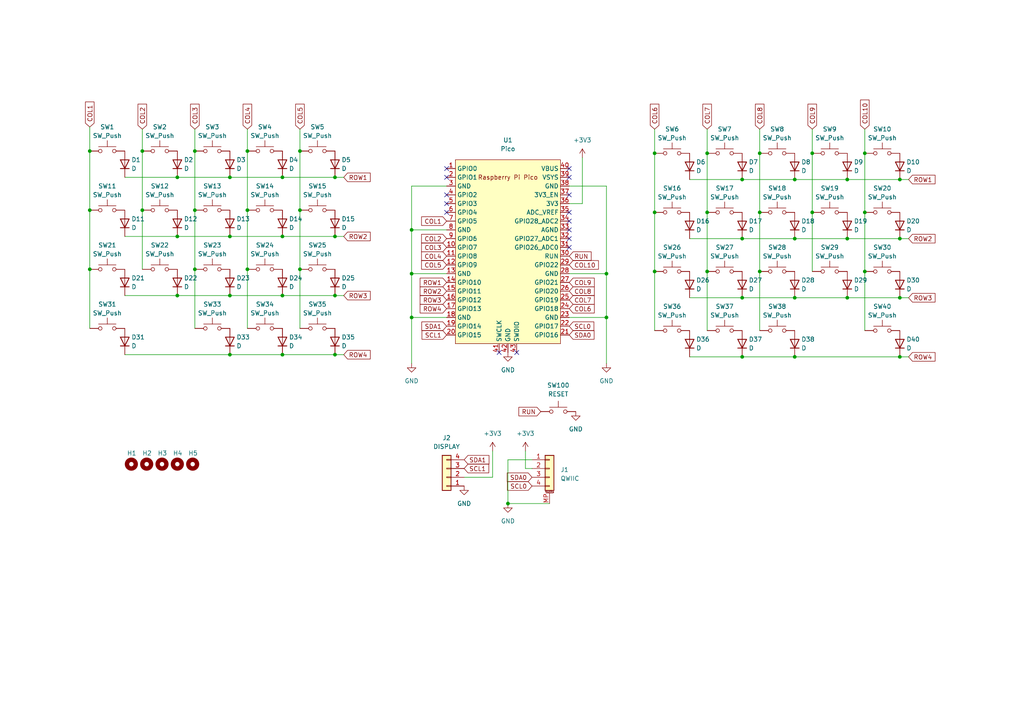
<source format=kicad_sch>
(kicad_sch (version 20211123) (generator eeschema)
  (paper "A4")
  (lib_symbols
    (symbol "Connector_Generic:Conn_01x04" (pin_names (offset 1.016) hide)
      (property "Reference" "J" (at 0 5.08 0))
      (property "Value" "Conn_01x04" (at 0 -7.62 0))
      (symbol "Conn_01x04_1_1"
        (rectangle (start -1.27 -4.953) (end 0 -5.207) (stroke (width 0.1524)))
        (rectangle (start -1.27 -2.413) (end 0 -2.667) (stroke (width 0.1524)))
        (rectangle (start -1.27 0.127) (end 0 -0.127) (stroke (width 0.1524)))
        (rectangle (start -1.27 2.667) (end 0 2.413) (stroke (width 0.1524)))
        (rectangle (start -1.27 3.81) (end 1.27 -6.35) (stroke (width 0.254)) (fill (type background)))
        (pin passive line (at -5.08 2.54 0) (length 3.81) (name "Pin_1") (number "1"))
        (pin passive line (at -5.08 0 0) (length 3.81) (name "Pin_2") (number "2"))
        (pin passive line (at -5.08 -2.54 0) (length 3.81) (name "Pin_3") (number "3"))
        (pin passive line (at -5.08 -5.08 0) (length 3.81) (name "Pin_4") (number "4"))
      )
    )
    (symbol "Connector_Generic_MountingPin:Conn_01x04_MountingPin" (pin_names (offset 1.016) hide)
      (property "Reference" "J" (at 0 5.08 0))
      (property "Value" "Conn_01x04_MountingPin" (at 1.27 -7.62 0))
      (symbol "Conn_01x04_MountingPin_1_1"
        (rectangle (start -1.27 -4.953) (end 0 -5.207) (stroke (width 0.1524)))
        (rectangle (start -1.27 -2.413) (end 0 -2.667) (stroke (width 0.1524)))
        (rectangle (start -1.27 0.127) (end 0 -0.127) (stroke (width 0.1524)))
        (rectangle (start -1.27 2.667) (end 0 2.413) (stroke (width 0.1524)))
        (rectangle (start -1.27 3.81) (end 1.27 -6.35) (stroke (width 0.254)) (fill (type background)))
        (polyline (pts (xy -1.016 -7.112) (xy 1.016 -7.112)) (stroke (width 0.1524)))
        (text "Mounting" (at 0 -6.731 0) (effects (font (size 0.381 0.381))))
        (pin passive line (at -5.08 2.54 0) (length 3.81) (name "Pin_1") (number "1"))
        (pin passive line (at -5.08 0 0) (length 3.81) (name "Pin_2") (number "2"))
        (pin passive line (at -5.08 -2.54 0) (length 3.81) (name "Pin_3") (number "3"))
        (pin passive line (at -5.08 -5.08 0) (length 3.81) (name "Pin_4") (number "4"))
        (pin passive line (at 0 -10.16 90) (length 3.048) (name "MountPin") (number "MP"))
      )
    )
    (symbol "Device:D" (pin_numbers hide) (pin_names (offset 1.016) hide)
      (property "Reference" "D" (at 0 2.54 0))
      (property "Value" "D" (at 0 -2.54 0))
      (symbol "D_0_1"
        (polyline (pts (xy -1.27 1.27) (xy -1.27 -1.27)) (stroke (width 0.254)))
        (polyline (pts (xy 1.27 0) (xy -1.27 0)))
        (polyline (pts (xy 1.27 1.27) (xy 1.27 -1.27) (xy -1.27 0) (xy 1.27 1.27)) (stroke (width 0.254)))
      )
      (symbol "D_1_1"
        (pin passive line (at -3.81 0 0) (length 2.54) (name "K") (number "1"))
        (pin passive line (at 3.81 0 180) (length 2.54) (name "A") (number "2"))
      )
    )
    (symbol "MCU_RaspberryPi_and_Boards:Pico"
      (property "Reference" "U" (at -13.97 27.94 0))
      (property "Value" "Pico" (at 0 19.05 0))
      (symbol "Pico_0_0"
        (text "Raspberry Pi Pico" (at 0 21.59 0) (effects (font (size 1.27 1.27))))
      )
      (symbol "Pico_0_1"
        (rectangle (start -15.24 26.67) (end 15.24 -26.67) (fill (type background)))
      )
      (symbol "Pico_1_1"
        (pin bidirectional line (at -17.78 24.13 0) (length 2.54) (name "GPIO0") (number "1"))
        (pin bidirectional line (at -17.78 1.27 0) (length 2.54) (name "GPIO7") (number "10"))
        (pin bidirectional line (at -17.78 -1.27 0) (length 2.54) (name "GPIO8") (number "11"))
        (pin bidirectional line (at -17.78 -3.81 0) (length 2.54) (name "GPIO9") (number "12"))
        (pin power_in line (at -17.78 -6.35 0) (length 2.54) (name "GND") (number "13"))
        (pin bidirectional line (at -17.78 -8.89 0) (length 2.54) (name "GPIO10") (number "14"))
        (pin bidirectional line (at -17.78 -11.43 0) (length 2.54) (name "GPIO11") (number "15"))
        (pin bidirectional line (at -17.78 -13.97 0) (length 2.54) (name "GPIO12") (number "16"))
        (pin bidirectional line (at -17.78 -16.51 0) (length 2.54) (name "GPIO13") (number "17"))
        (pin power_in line (at -17.78 -19.05 0) (length 2.54) (name "GND") (number "18"))
        (pin bidirectional line (at -17.78 -21.59 0) (length 2.54) (name "GPIO14") (number "19"))
        (pin bidirectional line (at -17.78 21.59 0) (length 2.54) (name "GPIO1") (number "2"))
        (pin bidirectional line (at -17.78 -24.13 0) (length 2.54) (name "GPIO15") (number "20"))
        (pin bidirectional line (at 17.78 -24.13 180) (length 2.54) (name "GPIO16") (number "21"))
        (pin bidirectional line (at 17.78 -21.59 180) (length 2.54) (name "GPIO17") (number "22"))
        (pin power_in line (at 17.78 -19.05 180) (length 2.54) (name "GND") (number "23"))
        (pin bidirectional line (at 17.78 -16.51 180) (length 2.54) (name "GPIO18") (number "24"))
        (pin bidirectional line (at 17.78 -13.97 180) (length 2.54) (name "GPIO19") (number "25"))
        (pin bidirectional line (at 17.78 -11.43 180) (length 2.54) (name "GPIO20") (number "26"))
        (pin bidirectional line (at 17.78 -8.89 180) (length 2.54) (name "GPIO21") (number "27"))
        (pin power_in line (at 17.78 -6.35 180) (length 2.54) (name "GND") (number "28"))
        (pin bidirectional line (at 17.78 -3.81 180) (length 2.54) (name "GPIO22") (number "29"))
        (pin power_in line (at -17.78 19.05 0) (length 2.54) (name "GND") (number "3"))
        (pin input line (at 17.78 -1.27 180) (length 2.54) (name "RUN") (number "30"))
        (pin bidirectional line (at 17.78 1.27 180) (length 2.54) (name "GPIO26_ADC0") (number "31"))
        (pin bidirectional line (at 17.78 3.81 180) (length 2.54) (name "GPIO27_ADC1") (number "32"))
        (pin power_in line (at 17.78 6.35 180) (length 2.54) (name "AGND") (number "33"))
        (pin bidirectional line (at 17.78 8.89 180) (length 2.54) (name "GPIO28_ADC2") (number "34"))
        (pin power_in line (at 17.78 11.43 180) (length 2.54) (name "ADC_VREF") (number "35"))
        (pin power_in line (at 17.78 13.97 180) (length 2.54) (name "3V3") (number "36"))
        (pin input line (at 17.78 16.51 180) (length 2.54) (name "3V3_EN") (number "37"))
        (pin bidirectional line (at 17.78 19.05 180) (length 2.54) (name "GND") (number "38"))
        (pin power_in line (at 17.78 21.59 180) (length 2.54) (name "VSYS") (number "39"))
        (pin bidirectional line (at -17.78 16.51 0) (length 2.54) (name "GPIO2") (number "4"))
        (pin power_in line (at 17.78 24.13 180) (length 2.54) (name "VBUS") (number "40"))
        (pin input line (at -2.54 -29.21 90) (length 2.54) (name "SWCLK") (number "41"))
        (pin power_in line (at 0 -29.21 90) (length 2.54) (name "GND") (number "42"))
        (pin bidirectional line (at 2.54 -29.21 90) (length 2.54) (name "SWDIO") (number "43"))
        (pin bidirectional line (at -17.78 13.97 0) (length 2.54) (name "GPIO3") (number "5"))
        (pin bidirectional line (at -17.78 11.43 0) (length 2.54) (name "GPIO4") (number "6"))
        (pin bidirectional line (at -17.78 8.89 0) (length 2.54) (name "GPIO5") (number "7"))
        (pin power_in line (at -17.78 6.35 0) (length 2.54) (name "GND") (number "8"))
        (pin bidirectional line (at -17.78 3.81 0) (length 2.54) (name "GPIO6") (number "9"))
      )
    )
    (symbol "Mechanical:MountingHole" (pin_names (offset 1.016))
      (property "Reference" "H" (at 0 5.08 0))
      (property "Value" "MountingHole" (at 0 3.175 0))
      (symbol "MountingHole_0_1"
        (circle (center 0 0) (radius 1.27) (stroke (width 1.27)))
      )
    )
    (symbol "Switch:SW_Push" (pin_numbers hide) (pin_names (offset 1.016) hide)
      (property "Reference" "SW" (at 1.27 2.54 0))
      (property "Value" "SW_Push" (at 0 -1.524 0))
      (symbol "SW_Push_0_1"
        (circle (center -2.032 0) (radius 0.508))
        (polyline (pts (xy 0 1.27) (xy 0 3.048)))
        (polyline (pts (xy 2.54 1.27) (xy -2.54 1.27)))
        (circle (center 2.032 0) (radius 0.508))
        (pin passive line (at -5.08 0 0) (length 2.54) (name "1") (number "1"))
        (pin passive line (at 5.08 0 180) (length 2.54) (name "2") (number "2"))
      )
    )
    (symbol "power:+3V3" (power) (pin_names (offset 0))
      (property "Value" "+3V3" (at 0 3.556 0))
      (symbol "+3V3_0_1"
        (polyline (pts (xy -0.762 1.27) (xy 0 2.54)))
        (polyline (pts (xy 0 0) (xy 0 2.54)))
        (polyline (pts (xy 0 2.54) (xy 0.762 1.27)))
      )
      (symbol "+3V3_1_1"
        (pin power_in line (at 0 0 90) (length 0) hide (name "+3V3") (number "1"))
      )
    )
    (symbol "power:GND" (power) (pin_names (offset 0))
      (property "Value" "GND" (at 0 -3.81 0))
      (symbol "GND_0_1"
        (polyline (pts (xy 0 0) (xy 0 -1.27) (xy 1.27 -1.27) (xy 0 -2.54) (xy -1.27 -1.27) (xy 0 -1.27)))
      )
      (symbol "GND_1_1"
        (pin power_in line (at 0 0 270) (length 0) hide (name "GND") (number "1"))
      )
    )
  )
  (junction (at 86.995 43.815))
  (junction (at 220.345 78.74))
  (junction (at 205.105 44.45))
  (junction (at 205.105 78.74))
  (junction (at 71.755 43.815))
  (junction (at 56.515 78.105))
  (junction (at 205.105 61.595))
  (junction (at 220.345 44.45))
  (junction (at 175.895 92.075))
  (junction (at 97.155 68.58))
  (junction (at 119.38 66.675))
  (junction (at 189.865 61.595))
  (junction (at 235.585 61.595))
  (junction (at 245.745 52.07))
  (junction (at 230.505 52.07))
  (junction (at 71.755 60.96))
  (junction (at 215.265 69.215))
  (junction (at 26.035 60.96))
  (junction (at 245.745 69.215))
  (junction (at 81.915 102.87))
  (junction (at 147.32 146.05))
  (junction (at 81.915 51.435))
  (junction (at 66.675 85.725))
  (junction (at 250.825 44.45))
  (junction (at 260.985 52.07))
  (junction (at 51.435 68.58))
  (junction (at 215.265 103.505))
  (junction (at 189.865 78.74))
  (junction (at 86.995 78.105))
  (junction (at 260.985 69.215))
  (junction (at 51.435 51.435))
  (junction (at 56.515 43.815))
  (junction (at 81.915 68.58))
  (junction (at 66.675 102.87))
  (junction (at 230.505 103.505))
  (junction (at 26.035 78.105))
  (junction (at 215.265 86.36))
  (junction (at 119.38 79.375))
  (junction (at 71.755 78.105))
  (junction (at 250.825 61.595))
  (junction (at 175.895 79.375))
  (junction (at 260.985 86.36))
  (junction (at 97.155 85.725))
  (junction (at 66.675 68.58))
  (junction (at 189.865 44.45))
  (junction (at 215.265 52.07))
  (junction (at 56.515 60.96))
  (junction (at 97.155 102.87))
  (junction (at 86.995 60.96))
  (junction (at 81.915 85.725))
  (junction (at 250.825 78.74))
  (junction (at 51.435 85.725))
  (junction (at 230.505 69.215))
  (junction (at 97.155 51.435))
  (junction (at 41.275 43.815))
  (junction (at 66.675 51.435))
  (junction (at 260.985 103.505))
  (junction (at 41.275 60.96))
  (junction (at 220.345 61.595))
  (junction (at 119.38 92.075))
  (junction (at 245.745 86.36))
  (junction (at 230.505 86.36))
  (junction (at 235.585 44.45))
  (junction (at 26.035 43.815))
  (no_connect (at 129.54 48.895))
  (no_connect (at 129.54 51.435))
  (no_connect (at 129.54 56.515))
  (no_connect (at 129.54 59.055))
  (no_connect (at 129.54 61.595))
  (no_connect (at 165.1 69.215))
  (no_connect (at 165.1 71.755))
  (no_connect (at 165.1 66.675))
  (no_connect (at 165.1 64.135))
  (no_connect (at 165.1 61.595))
  (no_connect (at 165.1 56.515))
  (no_connect (at 165.1 51.435))
  (no_connect (at 165.1 48.895))
  (no_connect (at 149.86 102.235))
  (no_connect (at 144.78 102.235))
  (wire (pts (xy 142.875 130.81) (xy 142.875 138.43)))
  (wire (pts (xy 168.91 45.72) (xy 168.91 59.055)))
  (wire (pts (xy 175.895 92.075) (xy 165.1 92.075)))
  (wire (pts (xy 175.895 79.375) (xy 175.895 92.075)))
  (wire (pts (xy 263.525 86.36) (xy 260.985 86.36)))
  (wire (pts (xy 129.54 79.375) (xy 119.38 79.375)))
  (wire (pts (xy 66.675 85.725) (xy 81.915 85.725)))
  (wire (pts (xy 26.035 43.815) (xy 26.035 60.96)))
  (wire (pts (xy 235.585 44.45) (xy 235.585 61.595)))
  (wire (pts (xy 154.305 133.35) (xy 147.32 133.35)))
  (wire (pts (xy 154.305 135.89) (xy 152.4 135.89)))
  (wire (pts (xy 36.195 68.58) (xy 51.435 68.58)))
  (wire (pts (xy 51.435 85.725) (xy 66.675 85.725)))
  (wire (pts (xy 41.275 43.815) (xy 41.275 60.96)))
  (wire (pts (xy 263.525 52.07) (xy 260.985 52.07)))
  (wire (pts (xy 119.38 79.375) (xy 119.38 92.075)))
  (wire (pts (xy 99.695 102.87) (xy 97.155 102.87)))
  (wire (pts (xy 189.865 61.595) (xy 189.865 78.74)))
  (wire (pts (xy 66.675 102.87) (xy 81.915 102.87)))
  (wire (pts (xy 200.025 103.505) (xy 215.265 103.505)))
  (wire (pts (xy 215.265 103.505) (xy 230.505 103.505)))
  (wire (pts (xy 71.755 43.815) (xy 71.755 60.96)))
  (wire (pts (xy 250.825 61.595) (xy 250.825 78.74)))
  (wire (pts (xy 71.755 60.96) (xy 71.755 78.105)))
  (wire (pts (xy 26.035 78.105) (xy 26.035 95.25)))
  (wire (pts (xy 205.105 78.74) (xy 205.105 95.885)))
  (wire (pts (xy 66.675 51.435) (xy 81.915 51.435)))
  (wire (pts (xy 86.995 60.96) (xy 86.995 78.105)))
  (wire (pts (xy 263.525 69.215) (xy 260.985 69.215)))
  (wire (pts (xy 263.525 103.505) (xy 260.985 103.505)))
  (wire (pts (xy 205.105 44.45) (xy 205.105 61.595)))
  (wire (pts (xy 230.505 103.505) (xy 260.985 103.505)))
  (wire (pts (xy 168.91 59.055) (xy 165.1 59.055)))
  (wire (pts (xy 250.825 78.74) (xy 250.825 95.885)))
  (wire (pts (xy 220.345 44.45) (xy 220.345 61.595)))
  (wire (pts (xy 36.195 85.725) (xy 51.435 85.725)))
  (wire (pts (xy 99.695 85.725) (xy 97.155 85.725)))
  (wire (pts (xy 220.345 78.74) (xy 220.345 95.885)))
  (wire (pts (xy 51.435 68.58) (xy 66.675 68.58)))
  (wire (pts (xy 81.915 51.435) (xy 97.155 51.435)))
  (wire (pts (xy 230.505 86.36) (xy 245.745 86.36)))
  (wire (pts (xy 81.915 85.725) (xy 97.155 85.725)))
  (wire (pts (xy 86.995 37.465) (xy 86.995 43.815)))
  (wire (pts (xy 99.695 68.58) (xy 97.155 68.58)))
  (wire (pts (xy 230.505 69.215) (xy 245.745 69.215)))
  (wire (pts (xy 56.515 78.105) (xy 56.515 95.25)))
  (wire (pts (xy 165.1 79.375) (xy 175.895 79.375)))
  (wire (pts (xy 86.995 78.105) (xy 86.995 95.25)))
  (wire (pts (xy 36.195 102.87) (xy 66.675 102.87)))
  (wire (pts (xy 66.675 68.58) (xy 81.915 68.58)))
  (wire (pts (xy 189.865 44.45) (xy 189.865 61.595)))
  (wire (pts (xy 250.825 37.465) (xy 250.825 44.45)))
  (wire (pts (xy 119.38 92.075) (xy 129.54 92.075)))
  (wire (pts (xy 200.025 86.36) (xy 215.265 86.36)))
  (wire (pts (xy 189.865 78.74) (xy 189.865 95.885)))
  (wire (pts (xy 36.195 51.435) (xy 51.435 51.435)))
  (wire (pts (xy 147.32 133.35) (xy 147.32 146.05)))
  (wire (pts (xy 235.585 37.465) (xy 235.585 44.45)))
  (wire (pts (xy 215.265 69.215) (xy 230.505 69.215)))
  (wire (pts (xy 119.38 53.975) (xy 119.38 66.675)))
  (wire (pts (xy 81.915 102.87) (xy 97.155 102.87)))
  (wire (pts (xy 245.745 52.07) (xy 260.985 52.07)))
  (wire (pts (xy 250.825 44.45) (xy 250.825 61.595)))
  (wire (pts (xy 175.895 53.975) (xy 175.895 79.375)))
  (wire (pts (xy 230.505 52.07) (xy 245.745 52.07)))
  (wire (pts (xy 26.035 60.96) (xy 26.035 78.105)))
  (wire (pts (xy 56.515 43.815) (xy 56.515 60.96)))
  (wire (pts (xy 175.895 105.41) (xy 175.895 92.075)))
  (wire (pts (xy 26.035 36.83) (xy 26.035 43.815)))
  (wire (pts (xy 215.265 52.07) (xy 230.505 52.07)))
  (wire (pts (xy 71.755 78.105) (xy 71.755 95.25)))
  (wire (pts (xy 119.38 105.41) (xy 119.38 92.075)))
  (wire (pts (xy 142.875 138.43) (xy 134.62 138.43)))
  (wire (pts (xy 86.995 43.815) (xy 86.995 60.96)))
  (wire (pts (xy 129.54 66.675) (xy 119.38 66.675)))
  (wire (pts (xy 200.025 69.215) (xy 215.265 69.215)))
  (wire (pts (xy 51.435 51.435) (xy 66.675 51.435)))
  (wire (pts (xy 235.585 61.595) (xy 235.585 78.74)))
  (wire (pts (xy 205.105 37.465) (xy 205.105 44.45)))
  (wire (pts (xy 165.1 53.975) (xy 175.895 53.975)))
  (wire (pts (xy 200.025 52.07) (xy 215.265 52.07)))
  (wire (pts (xy 220.345 37.465) (xy 220.345 44.45)))
  (wire (pts (xy 56.515 60.96) (xy 56.515 78.105)))
  (wire (pts (xy 99.695 51.435) (xy 97.155 51.435)))
  (wire (pts (xy 220.345 61.595) (xy 220.345 78.74)))
  (wire (pts (xy 41.275 60.96) (xy 41.275 78.105)))
  (wire (pts (xy 81.915 68.58) (xy 97.155 68.58)))
  (wire (pts (xy 56.515 37.465) (xy 56.515 43.815)))
  (wire (pts (xy 129.54 53.975) (xy 119.38 53.975)))
  (wire (pts (xy 245.745 86.36) (xy 260.985 86.36)))
  (wire (pts (xy 152.4 135.89) (xy 152.4 130.81)))
  (wire (pts (xy 119.38 66.675) (xy 119.38 79.375)))
  (wire (pts (xy 41.275 37.465) (xy 41.275 43.815)))
  (wire (pts (xy 245.745 69.215) (xy 260.985 69.215)))
  (wire (pts (xy 205.105 61.595) (xy 205.105 78.74)))
  (wire (pts (xy 71.755 37.465) (xy 71.755 43.815)))
  (wire (pts (xy 189.865 37.465) (xy 189.865 44.45)))
  (wire (pts (xy 215.265 86.36) (xy 230.505 86.36)))
  (wire (pts (xy 147.32 146.05) (xy 159.385 146.05)))
  (global_label "SDA0" (shape input) (at 154.305 138.43 180) (property "Intersheet References" "${INTERSHEET_REFS}" (effects hide)))
  (global_label "COL7" (shape input) (at 205.105 37.465 90) (property "Intersheet References" "${INTERSHEET_REFS}" (effects hide)))
  (global_label "SCL0" (shape input) (at 154.305 140.97 180) (property "Intersheet References" "${INTERSHEET_REFS}" (effects hide)))
  (global_label "ROW4" (shape input) (at 99.695 102.87 0) (property "Intersheet References" "${INTERSHEET_REFS}" (effects hide)))
  (global_label "ROW1" (shape input) (at 99.695 51.435 0) (property "Intersheet References" "${INTERSHEET_REFS}" (effects hide)))
  (global_label "SDA0" (shape input) (at 165.1 97.155 0) (property "Intersheet References" "${INTERSHEET_REFS}" (effects hide)))
  (global_label "ROW2" (shape input) (at 263.525 69.215 0) (property "Intersheet References" "${INTERSHEET_REFS}" (effects hide)))
  (global_label "SCL1" (shape input) (at 134.62 135.89 0) (property "Intersheet References" "${INTERSHEET_REFS}" (effects hide)))
  (global_label "COL8" (shape input) (at 165.1 84.455 0) (property "Intersheet References" "${INTERSHEET_REFS}" (effects hide)))
  (global_label "COL1" (shape input) (at 129.54 64.135 180) (property "Intersheet References" "${INTERSHEET_REFS}" (effects hide)))
  (global_label "ROW3" (shape input) (at 129.54 86.995 180) (property "Intersheet References" "${INTERSHEET_REFS}" (effects hide)))
  (global_label "ROW3" (shape input) (at 263.525 86.36 0) (property "Intersheet References" "${INTERSHEET_REFS}" (effects hide)))
  (global_label "ROW2" (shape input) (at 129.54 84.455 180) (property "Intersheet References" "${INTERSHEET_REFS}" (effects hide)))
  (global_label "COL4" (shape input) (at 129.54 74.295 180) (property "Intersheet References" "${INTERSHEET_REFS}" (effects hide)))
  (global_label "SDA1" (shape input) (at 129.54 94.615 180) (property "Intersheet References" "${INTERSHEET_REFS}" (effects hide)))
  (global_label "COL10" (shape input) (at 165.1 76.835 0) (property "Intersheet References" "${INTERSHEET_REFS}" (effects hide)))
  (global_label "ROW1" (shape input) (at 263.525 52.07 0) (property "Intersheet References" "${INTERSHEET_REFS}" (effects hide)))
  (global_label "COL3" (shape input) (at 129.54 71.755 180) (property "Intersheet References" "${INTERSHEET_REFS}" (effects hide)))
  (global_label "COL9" (shape input) (at 165.1 81.915 0) (property "Intersheet References" "${INTERSHEET_REFS}" (effects hide)))
  (global_label "COL6" (shape input) (at 189.865 37.465 90) (property "Intersheet References" "${INTERSHEET_REFS}" (effects hide)))
  (global_label "COL2" (shape input) (at 129.54 69.215 180) (property "Intersheet References" "${INTERSHEET_REFS}" (effects hide)))
  (global_label "ROW2" (shape input) (at 99.695 68.58 0) (property "Intersheet References" "${INTERSHEET_REFS}" (effects hide)))
  (global_label "COL3" (shape input) (at 56.515 37.465 90) (property "Intersheet References" "${INTERSHEET_REFS}" (effects hide)))
  (global_label "ROW4" (shape input) (at 263.525 103.505 0) (property "Intersheet References" "${INTERSHEET_REFS}" (effects hide)))
  (global_label "ROW4" (shape input) (at 129.54 89.535 180) (property "Intersheet References" "${INTERSHEET_REFS}" (effects hide)))
  (global_label "COL4" (shape input) (at 71.755 37.465 90) (property "Intersheet References" "${INTERSHEET_REFS}" (effects hide)))
  (global_label "ROW3" (shape input) (at 99.695 85.725 0) (property "Intersheet References" "${INTERSHEET_REFS}" (effects hide)))
  (global_label "COL1" (shape input) (at 26.035 36.83 90) (property "Intersheet References" "${INTERSHEET_REFS}" (effects hide)))
  (global_label "ROW1" (shape input) (at 129.54 81.915 180) (property "Intersheet References" "${INTERSHEET_REFS}" (effects hide)))
  (global_label "COL5" (shape input) (at 86.995 37.465 90) (property "Intersheet References" "${INTERSHEET_REFS}" (effects hide)))
  (global_label "COL9" (shape input) (at 235.585 37.465 90) (property "Intersheet References" "${INTERSHEET_REFS}" (effects hide)))
  (global_label "SCL1" (shape input) (at 129.54 97.155 180) (property "Intersheet References" "${INTERSHEET_REFS}" (effects hide)))
  (global_label "COL7" (shape input) (at 165.1 86.995 0) (property "Intersheet References" "${INTERSHEET_REFS}" (effects hide)))
  (global_label "RUN" (shape input) (at 165.1 74.295 0) (property "Intersheet References" "${INTERSHEET_REFS}" (effects hide)))
  (global_label "COL6" (shape input) (at 165.1 89.535 0) (property "Intersheet References" "${INTERSHEET_REFS}" (effects hide)))
  (global_label "RUN" (shape input) (at 156.845 119.38 180) (property "Intersheet References" "${INTERSHEET_REFS}" (effects hide)))
  (global_label "COL2" (shape input) (at 41.275 37.465 90) (property "Intersheet References" "${INTERSHEET_REFS}" (effects hide)))
  (global_label "SCL0" (shape input) (at 165.1 94.615 0) (property "Intersheet References" "${INTERSHEET_REFS}" (effects hide)))
  (global_label "SDA1" (shape input) (at 134.62 133.35 0) (property "Intersheet References" "${INTERSHEET_REFS}" (effects hide)))
  (global_label "COL10" (shape input) (at 250.825 37.465 90) (property "Intersheet References" "${INTERSHEET_REFS}" (effects hide)))
  (global_label "COL8" (shape input) (at 220.345 37.465 90) (property "Intersheet References" "${INTERSHEET_REFS}" (effects hide)))
  (global_label "COL5" (shape input) (at 129.54 76.835 180) (property "Intersheet References" "${INTERSHEET_REFS}" (effects hide)))
  (symbol (lib_id "Device:D") (at 66.675 99.06 90) (unit 1)
    (property "Reference" "D33" (at 68.58 97.79 90) (effects (justify right)))
    (property "Value" "D" (at 68.58 100.33 90) (effects (justify right)))
    (property "Footprint" "custom:Multi-diode" (effects hide))
  )
  (symbol (lib_id "Switch:SW_Push") (at 194.945 78.74 0) (unit 1)
    (property "Reference" "SW26" (at 194.945 71.755 0))
    (property "Value" "SW_Push" (at 194.945 74.295 0))
    (property "Footprint" "custom:Low Profile GC plus MX" (effects hide))
  )
  (symbol (lib_id "power:GND") (at 167.005 119.38 0) (unit 1)
    (property "Reference" "#PWR0104" (effects hide))
    (property "Value" "GND" (at 167.005 124.46 0))
  )
  (symbol (lib_id "MCU_RaspberryPi_and_Boards:Pico") (at 147.32 73.025 0) (unit 1)
    (property "Reference" "U1" (at 147.32 40.64 0))
    (property "Value" "Pico" (at 147.32 43.18 0))
    (property "Footprint" "custom:PiPico" (effects hide))
  )
  (symbol (lib_id "Device:D") (at 36.195 99.06 90) (unit 1)
    (property "Reference" "D31" (at 38.1 97.79 90) (effects (justify right)))
    (property "Value" "D" (at 38.1 100.33 90) (effects (justify right)))
    (property "Footprint" "custom:Multi-diode" (effects hide))
  )
  (symbol (lib_id "Device:D") (at 81.915 47.625 90) (unit 1)
    (property "Reference" "D4" (at 83.82 46.355 90) (effects (justify right)))
    (property "Value" "D" (at 83.82 48.895 90) (effects (justify right)))
    (property "Footprint" "custom:Multi-diode" (effects hide))
  )
  (symbol (lib_id "power:GND") (at 147.32 102.235 0) (unit 1)
    (property "Reference" "#PWR0103" (effects hide))
    (property "Value" "GND" (at 147.32 107.315 0))
  )
  (symbol (lib_id "Mechanical:MountingHole") (at 51.435 134.62 0) (unit 1)
    (property "Reference" "H4" (at 50.165 131.445 0) (effects (justify left)))
    (property "Value" "MountingHole_Pad" (effects hide))
    (property "Footprint" "MountingHole:MountingHole_2.2mm_M2" (effects hide))
  )
  (symbol (lib_id "Device:D") (at 260.985 99.695 90) (unit 1)
    (property "Reference" "D40" (at 262.89 98.425 90) (effects (justify right)))
    (property "Value" "D" (at 262.89 100.965 90) (effects (justify right)))
    (property "Footprint" "custom:Multi-diode" (effects hide))
  )
  (symbol (lib_id "Mechanical:MountingHole") (at 55.88 134.62 0) (unit 1)
    (property "Reference" "H5" (at 54.61 131.445 0) (effects (justify left)))
    (property "Value" "MountingHole_Pad" (effects hide))
    (property "Footprint" "custom:PiPico-Mounting" (effects hide))
  )
  (symbol (lib_id "Switch:SW_Push") (at 255.905 78.74 0) (unit 1)
    (property "Reference" "SW30" (at 255.905 71.755 0))
    (property "Value" "SW_Push" (at 255.905 74.295 0))
    (property "Footprint" "custom:Low Profile GC plus MX" (effects hide))
  )
  (symbol (lib_id "power:GND") (at 134.62 140.97 0) (unit 1)
    (property "Reference" "#PWR0109" (effects hide))
    (property "Value" "GND" (at 134.62 146.05 0))
  )
  (symbol (lib_id "Device:D") (at 230.505 82.55 90) (unit 1)
    (property "Reference" "D28" (at 232.41 81.28 90) (effects (justify right)))
    (property "Value" "D" (at 232.41 83.82 90) (effects (justify right)))
    (property "Footprint" "custom:Multi-diode" (effects hide))
  )
  (symbol (lib_id "power:+3V3") (at 168.91 45.72 0) (unit 1)
    (property "Reference" "#PWR0105" (effects hide))
    (property "Value" "+3V3" (at 168.91 40.64 0))
  )
  (symbol (lib_id "Switch:SW_Push") (at 76.835 60.96 0) (unit 1)
    (property "Reference" "SW14" (at 76.835 53.975 0))
    (property "Value" "SW_Push" (at 76.835 56.515 0))
    (property "Footprint" "custom:Low Profile GC plus MX" (effects hide))
  )
  (symbol (lib_id "Device:D") (at 36.195 47.625 90) (unit 1)
    (property "Reference" "D1" (at 38.1 46.355 90) (effects (justify right)))
    (property "Value" "D" (at 38.1 48.895 90) (effects (justify right)))
    (property "Footprint" "custom:Multi-diode" (effects hide))
  )
  (symbol (lib_id "Switch:SW_Push") (at 92.075 60.96 0) (unit 1)
    (property "Reference" "SW15" (at 92.075 53.975 0))
    (property "Value" "SW_Push" (at 92.075 56.515 0))
    (property "Footprint" "custom:Low Profile GC plus MX" (effects hide))
  )
  (symbol (lib_id "Device:D") (at 215.265 82.55 90) (unit 1)
    (property "Reference" "D27" (at 217.17 81.28 90) (effects (justify right)))
    (property "Value" "D" (at 217.17 83.82 90) (effects (justify right)))
    (property "Footprint" "custom:Multi-diode" (effects hide))
  )
  (symbol (lib_id "Switch:SW_Push") (at 61.595 95.25 0) (unit 1)
    (property "Reference" "SW33" (at 61.595 88.265 0))
    (property "Value" "SW_Push" (at 61.595 90.805 0))
    (property "Footprint" "custom:Low Profile GC plus MX" (effects hide))
  )
  (symbol (lib_id "Switch:SW_Push") (at 92.075 78.105 0) (unit 1)
    (property "Reference" "SW25" (at 92.075 71.12 0))
    (property "Value" "SW_Push" (at 92.075 73.66 0))
    (property "Footprint" "custom:Low Profile GC plus MX" (effects hide))
  )
  (symbol (lib_id "Device:D") (at 66.675 64.77 90) (unit 1)
    (property "Reference" "D13" (at 68.58 63.5 90) (effects (justify right)))
    (property "Value" "D" (at 68.58 66.04 90) (effects (justify right)))
    (property "Footprint" "custom:Multi-diode" (effects hide))
  )
  (symbol (lib_id "power:GND") (at 175.895 105.41 0) (unit 1)
    (property "Reference" "#PWR0102" (effects hide))
    (property "Value" "GND" (at 175.895 110.49 0))
  )
  (symbol (lib_id "Switch:SW_Push") (at 76.835 78.105 0) (unit 1)
    (property "Reference" "SW24" (at 76.835 71.12 0))
    (property "Value" "SW_Push" (at 76.835 73.66 0))
    (property "Footprint" "custom:Low Profile GC plus MX" (effects hide))
  )
  (symbol (lib_id "Switch:SW_Push") (at 31.115 60.96 0) (unit 1)
    (property "Reference" "SW11" (at 31.115 53.975 0))
    (property "Value" "SW_Push" (at 31.115 56.515 0))
    (property "Footprint" "custom:Low Profile GC plus MX" (effects hide))
  )
  (symbol (lib_id "Switch:SW_Push") (at 255.905 61.595 0) (unit 1)
    (property "Reference" "SW20" (at 255.905 54.61 0))
    (property "Value" "SW_Push" (at 255.905 57.15 0))
    (property "Footprint" "custom:Low Profile GC plus MX" (effects hide))
  )
  (symbol (lib_id "power:GND") (at 119.38 105.41 0) (unit 1)
    (property "Reference" "#PWR0101" (effects hide))
    (property "Value" "GND" (at 119.38 110.49 0))
  )
  (symbol (lib_id "Switch:SW_Push") (at 225.425 78.74 0) (unit 1)
    (property "Reference" "SW28" (at 225.425 71.755 0))
    (property "Value" "SW_Push" (at 225.425 74.295 0))
    (property "Footprint" "custom:Low Profile GC plus MX" (effects hide))
  )
  (symbol (lib_id "Switch:SW_Push") (at 31.115 95.25 0) (unit 1)
    (property "Reference" "SW31" (at 31.115 88.265 0))
    (property "Value" "SW_Push" (at 31.115 90.805 0))
    (property "Footprint" "custom:Low Profile GC plus MX" (effects hide))
  )
  (symbol (lib_id "Device:D") (at 260.985 82.55 90) (unit 1)
    (property "Reference" "D30" (at 262.89 81.28 90) (effects (justify right)))
    (property "Value" "D" (at 262.89 83.82 90) (effects (justify right)))
    (property "Footprint" "custom:Multi-diode" (effects hide))
  )
  (symbol (lib_id "Device:D") (at 81.915 64.77 90) (unit 1)
    (property "Reference" "D14" (at 83.82 63.5 90) (effects (justify right)))
    (property "Value" "D" (at 83.82 66.04 90) (effects (justify right)))
    (property "Footprint" "custom:Multi-diode" (effects hide))
  )
  (symbol (lib_id "Mechanical:MountingHole") (at 46.99 134.62 0) (unit 1)
    (property "Reference" "H3" (at 45.72 131.445 0) (effects (justify left)))
    (property "Value" "MountingHole_Pad" (effects hide))
    (property "Footprint" "MountingHole:MountingHole_2.2mm_M2" (effects hide))
  )
  (symbol (lib_id "Device:D") (at 260.985 65.405 90) (unit 1)
    (property "Reference" "D20" (at 262.89 64.135 90) (effects (justify right)))
    (property "Value" "D" (at 262.89 66.675 90) (effects (justify right)))
    (property "Footprint" "custom:Multi-diode" (effects hide))
  )
  (symbol (lib_id "power:GND") (at 147.32 146.05 0) (unit 1)
    (property "Reference" "#PWR0108" (effects hide))
    (property "Value" "GND" (at 147.32 151.13 0))
  )
  (symbol (lib_id "Switch:SW_Push") (at 240.665 44.45 0) (unit 1)
    (property "Reference" "SW9" (at 240.665 37.465 0))
    (property "Value" "SW_Push" (at 240.665 40.005 0))
    (property "Footprint" "custom:Low Profile GC plus MX" (effects hide))
  )
  (symbol (lib_id "Device:D") (at 230.505 99.695 90) (unit 1)
    (property "Reference" "D38" (at 232.41 98.425 90) (effects (justify right)))
    (property "Value" "D" (at 232.41 100.965 90) (effects (justify right)))
    (property "Footprint" "custom:Multi-diode" (effects hide))
  )
  (symbol (lib_id "Switch:SW_Push") (at 240.665 78.74 0) (unit 1)
    (property "Reference" "SW29" (at 240.665 71.755 0))
    (property "Value" "SW_Push" (at 240.665 74.295 0))
    (property "Footprint" "custom:Low Profile GC plus MX" (effects hide))
  )
  (symbol (lib_id "Switch:SW_Push") (at 210.185 95.885 0) (unit 1)
    (property "Reference" "SW37" (at 210.185 88.9 0))
    (property "Value" "SW_Push" (at 210.185 91.44 0))
    (property "Footprint" "custom:Low Profile GC plus MX" (effects hide))
  )
  (symbol (lib_id "Device:D") (at 97.155 47.625 90) (unit 1)
    (property "Reference" "D5" (at 99.06 46.355 90) (effects (justify right)))
    (property "Value" "D" (at 99.06 48.895 90) (effects (justify right)))
    (property "Footprint" "custom:Multi-diode" (effects hide))
  )
  (symbol (lib_id "Switch:SW_Push") (at 225.425 61.595 0) (unit 1)
    (property "Reference" "SW18" (at 225.425 54.61 0))
    (property "Value" "SW_Push" (at 225.425 57.15 0))
    (property "Footprint" "custom:Low Profile GC plus MX" (effects hide))
  )
  (symbol (lib_id "Device:D") (at 230.505 48.26 90) (unit 1)
    (property "Reference" "D8" (at 232.41 46.99 90) (effects (justify right)))
    (property "Value" "D" (at 232.41 49.53 90) (effects (justify right)))
    (property "Footprint" "custom:Multi-diode" (effects hide))
  )
  (symbol (lib_id "Device:D") (at 51.435 64.77 90) (unit 1)
    (property "Reference" "D12" (at 53.34 63.5 90) (effects (justify right)))
    (property "Value" "D" (at 53.34 66.04 90) (effects (justify right)))
    (property "Footprint" "custom:Multi-diode" (effects hide))
  )
  (symbol (lib_id "Switch:SW_Push") (at 61.595 43.815 0) (unit 1)
    (property "Reference" "SW3" (at 61.595 36.83 0))
    (property "Value" "SW_Push" (at 61.595 39.37 0))
    (property "Footprint" "custom:Low Profile GC plus MX" (effects hide))
  )
  (symbol (lib_id "Switch:SW_Push") (at 46.355 60.96 0) (unit 1)
    (property "Reference" "SW12" (at 46.355 53.975 0))
    (property "Value" "SW_Push" (at 46.355 56.515 0))
    (property "Footprint" "custom:Low Profile GC plus MX" (effects hide))
  )
  (symbol (lib_id "Switch:SW_Push") (at 225.425 95.885 0) (unit 1)
    (property "Reference" "SW38" (at 225.425 88.9 0))
    (property "Value" "SW_Push" (at 225.425 91.44 0))
    (property "Footprint" "custom:Low Profile GC plus MX" (effects hide))
  )
  (symbol (lib_id "Device:D") (at 215.265 48.26 90) (unit 1)
    (property "Reference" "D7" (at 217.17 46.99 90) (effects (justify right)))
    (property "Value" "D" (at 217.17 49.53 90) (effects (justify right)))
    (property "Footprint" "custom:Multi-diode" (effects hide))
  )
  (symbol (lib_id "Device:D") (at 200.025 82.55 90) (unit 1)
    (property "Reference" "D26" (at 201.93 81.28 90) (effects (justify right)))
    (property "Value" "D" (at 201.93 83.82 90) (effects (justify right)))
    (property "Footprint" "custom:Multi-diode" (effects hide))
  )
  (symbol (lib_id "Switch:SW_Push") (at 92.075 43.815 0) (unit 1)
    (property "Reference" "SW5" (at 92.075 36.83 0))
    (property "Value" "SW_Push" (at 92.075 39.37 0))
    (property "Footprint" "custom:Low Profile GC plus MX" (effects hide))
  )
  (symbol (lib_id "Device:D") (at 215.265 65.405 90) (unit 1)
    (property "Reference" "D17" (at 217.17 64.135 90) (effects (justify right)))
    (property "Value" "D" (at 217.17 66.675 90) (effects (justify right)))
    (property "Footprint" "custom:Multi-diode" (effects hide))
  )
  (symbol (lib_id "Device:D") (at 245.745 82.55 90) (unit 1)
    (property "Reference" "D29" (at 247.65 81.28 90) (effects (justify right)))
    (property "Value" "D" (at 247.65 83.82 90) (effects (justify right)))
    (property "Footprint" "custom:Multi-diode" (effects hide))
  )
  (symbol (lib_id "Switch:SW_Push") (at 210.185 61.595 0) (unit 1)
    (property "Reference" "SW17" (at 210.185 54.61 0))
    (property "Value" "SW_Push" (at 210.185 57.15 0))
    (property "Footprint" "custom:Low Profile GC plus MX" (effects hide))
  )
  (symbol (lib_id "Switch:SW_Push") (at 61.595 78.105 0) (unit 1)
    (property "Reference" "SW23" (at 61.595 71.12 0))
    (property "Value" "SW_Push" (at 61.595 73.66 0))
    (property "Footprint" "custom:Low Profile GC plus MX" (effects hide))
  )
  (symbol (lib_id "Device:D") (at 245.745 65.405 90) (unit 1)
    (property "Reference" "D19" (at 247.65 64.135 90) (effects (justify right)))
    (property "Value" "D" (at 247.65 66.675 90) (effects (justify right)))
    (property "Footprint" "custom:Multi-diode" (effects hide))
  )
  (symbol (lib_id "Switch:SW_Push") (at 194.945 44.45 0) (unit 1)
    (property "Reference" "SW6" (at 194.945 37.465 0))
    (property "Value" "SW_Push" (at 194.945 40.005 0))
    (property "Footprint" "custom:Low Profile GC plus MX" (effects hide))
  )
  (symbol (lib_id "Switch:SW_Push") (at 225.425 44.45 0) (unit 1)
    (property "Reference" "SW8" (at 225.425 37.465 0))
    (property "Value" "SW_Push" (at 225.425 40.005 0))
    (property "Footprint" "custom:Low Profile GC plus MX" (effects hide))
  )
  (symbol (lib_id "Device:D") (at 260.985 48.26 90) (unit 1)
    (property "Reference" "D10" (at 262.89 46.99 90) (effects (justify right)))
    (property "Value" "D" (at 262.89 49.53 90) (effects (justify right)))
    (property "Footprint" "custom:Multi-diode" (effects hide))
  )
  (symbol (lib_id "Switch:SW_Push") (at 76.835 95.25 0) (unit 1)
    (property "Reference" "SW34" (at 76.835 88.265 0))
    (property "Value" "SW_Push" (at 76.835 90.805 0))
    (property "Footprint" "custom:Low Profile GC plus MX" (effects hide))
  )
  (symbol (lib_id "Device:D") (at 200.025 65.405 90) (unit 1)
    (property "Reference" "D16" (at 201.93 64.135 90) (effects (justify right)))
    (property "Value" "D" (at 201.93 66.675 90) (effects (justify right)))
    (property "Footprint" "custom:Multi-diode" (effects hide))
  )
  (symbol (lib_id "Device:D") (at 66.675 81.915 90) (unit 1)
    (property "Reference" "D23" (at 68.58 80.645 90) (effects (justify right)))
    (property "Value" "D" (at 68.58 83.185 90) (effects (justify right)))
    (property "Footprint" "custom:Multi-diode" (effects hide))
  )
  (symbol (lib_id "Switch:SW_Push") (at 210.185 78.74 0) (unit 1)
    (property "Reference" "SW27" (at 210.185 71.755 0))
    (property "Value" "SW_Push" (at 210.185 74.295 0))
    (property "Footprint" "custom:Low Profile GC plus MX" (effects hide))
  )
  (symbol (lib_id "Device:D") (at 81.915 81.915 90) (unit 1)
    (property "Reference" "D24" (at 83.82 80.645 90) (effects (justify right)))
    (property "Value" "D" (at 83.82 83.185 90) (effects (justify right)))
    (property "Footprint" "custom:Multi-diode" (effects hide))
  )
  (symbol (lib_id "Device:D") (at 245.745 48.26 90) (unit 1)
    (property "Reference" "D9" (at 247.65 46.99 90) (effects (justify right)))
    (property "Value" "D" (at 247.65 49.53 90) (effects (justify right)))
    (property "Footprint" "custom:Multi-diode" (effects hide))
  )
  (symbol (lib_id "Switch:SW_Push") (at 255.905 95.885 0) (unit 1)
    (property "Reference" "SW40" (at 255.905 88.9 0))
    (property "Value" "SW_Push" (at 255.905 91.44 0))
    (property "Footprint" "custom:Low Profile GC plus MX" (effects hide))
  )
  (symbol (lib_id "Device:D") (at 36.195 81.915 90) (unit 1)
    (property "Reference" "D21" (at 38.1 80.645 90) (effects (justify right)))
    (property "Value" "D" (at 38.1 83.185 90) (effects (justify right)))
    (property "Footprint" "custom:Multi-diode" (effects hide))
  )
  (symbol (lib_id "Switch:SW_Push") (at 161.925 119.38 0) (unit 1)
    (property "Reference" "SW100" (at 161.925 111.76 0))
    (property "Value" "RESET" (at 161.925 114.3 0))
    (property "Footprint" "custom:Tact Switch (PTS815)" (effects hide))
  )
  (symbol (lib_id "Device:D") (at 66.675 47.625 90) (unit 1)
    (property "Reference" "D3" (at 68.58 46.355 90) (effects (justify right)))
    (property "Value" "D" (at 68.58 48.895 90) (effects (justify right)))
    (property "Footprint" "custom:Multi-diode" (effects hide))
  )
  (symbol (lib_id "Switch:SW_Push") (at 46.355 43.815 0) (unit 1)
    (property "Reference" "SW2" (at 46.355 36.83 0))
    (property "Value" "SW_Push" (at 46.355 39.37 0))
    (property "Footprint" "custom:Low Profile GC plus MX" (effects hide))
  )
  (symbol (lib_id "Switch:SW_Push") (at 76.835 43.815 0) (unit 1)
    (property "Reference" "SW4" (at 76.835 36.83 0))
    (property "Value" "SW_Push" (at 76.835 39.37 0))
    (property "Footprint" "custom:Low Profile GC plus MX" (effects hide))
  )
  (symbol (lib_id "Mechanical:MountingHole") (at 42.545 134.62 0) (unit 1)
    (property "Reference" "H2" (at 41.275 131.445 0) (effects (justify left)))
    (property "Value" "MountingHole_Pad" (effects hide))
    (property "Footprint" "MountingHole:MountingHole_2.2mm_M2" (effects hide))
  )
  (symbol (lib_id "Device:D") (at 97.155 99.06 90) (unit 1)
    (property "Reference" "D35" (at 99.06 97.79 90) (effects (justify right)))
    (property "Value" "D" (at 99.06 100.33 90) (effects (justify right)))
    (property "Footprint" "custom:Multi-diode" (effects hide))
  )
  (symbol (lib_id "Device:D") (at 81.915 99.06 90) (unit 1)
    (property "Reference" "D34" (at 83.82 97.79 90) (effects (justify right)))
    (property "Value" "D" (at 83.82 100.33 90) (effects (justify right)))
    (property "Footprint" "custom:Multi-diode" (effects hide))
  )
  (symbol (lib_id "Connector_Generic_MountingPin:Conn_01x04_MountingPin") (at 159.385 135.89 0) (unit 1)
    (property "Reference" "J1" (at 162.56 136.2455 0) (effects (justify left)))
    (property "Value" "QWIIC" (at 162.56 138.7855 0) (effects (justify left)))
    (property "Footprint" "Connector_JST:JST_SH_SM04B-SRSS-TB_1x04-1MP_P1.00mm_Horizontal" (effects hide))
  )
  (symbol (lib_id "Switch:SW_Push") (at 61.595 60.96 0) (unit 1)
    (property "Reference" "SW13" (at 61.595 53.975 0))
    (property "Value" "SW_Push" (at 61.595 56.515 0))
    (property "Footprint" "custom:Low Profile GC plus MX" (effects hide))
  )
  (symbol (lib_id "Device:D") (at 215.265 99.695 90) (unit 1)
    (property "Reference" "D37" (at 217.17 98.425 90) (effects (justify right)))
    (property "Value" "D" (at 217.17 100.965 90) (effects (justify right)))
    (property "Footprint" "custom:Multi-diode" (effects hide))
  )
  (symbol (lib_id "Switch:SW_Push") (at 31.115 78.105 0) (unit 1)
    (property "Reference" "SW21" (at 31.115 71.12 0))
    (property "Value" "SW_Push" (at 31.115 73.66 0))
    (property "Footprint" "custom:Low Profile GC plus MX" (effects hide))
  )
  (symbol (lib_id "Connector_Generic:Conn_01x04") (at 129.54 138.43 180) (unit 1)
    (property "Reference" "J2" (at 129.54 127 0))
    (property "Value" "DISPLAY" (at 129.54 129.54 0))
    (property "Footprint" "Connector_PinHeader_2.54mm:PinHeader_1x04_P2.54mm_Vertical" (effects hide))
  )
  (symbol (lib_id "Switch:SW_Push") (at 31.115 43.815 0) (unit 1)
    (property "Reference" "SW1" (at 31.115 36.83 0))
    (property "Value" "SW_Push" (at 31.115 39.37 0))
    (property "Footprint" "custom:Low Profile GC plus MX" (effects hide))
  )
  (symbol (lib_id "Device:D") (at 97.155 64.77 90) (unit 1)
    (property "Reference" "D15" (at 99.06 63.5 90) (effects (justify right)))
    (property "Value" "D" (at 99.06 66.04 90) (effects (justify right)))
    (property "Footprint" "custom:Multi-diode" (effects hide))
  )
  (symbol (lib_id "Switch:SW_Push") (at 92.075 95.25 0) (unit 1)
    (property "Reference" "SW35" (at 92.075 88.265 0))
    (property "Value" "SW_Push" (at 92.075 90.805 0))
    (property "Footprint" "custom:Low Profile GC plus MX" (effects hide))
  )
  (symbol (lib_id "Device:D") (at 36.195 64.77 90) (unit 1)
    (property "Reference" "D11" (at 38.1 63.5 90) (effects (justify right)))
    (property "Value" "D" (at 38.1 66.04 90) (effects (justify right)))
    (property "Footprint" "custom:Multi-diode" (effects hide))
  )
  (symbol (lib_id "Device:D") (at 200.025 48.26 90) (unit 1)
    (property "Reference" "D6" (at 201.93 46.99 90) (effects (justify right)))
    (property "Value" "D" (at 201.93 49.53 90) (effects (justify right)))
    (property "Footprint" "custom:Multi-diode" (effects hide))
  )
  (symbol (lib_id "Switch:SW_Push") (at 240.665 61.595 0) (unit 1)
    (property "Reference" "SW19" (at 240.665 54.61 0))
    (property "Value" "SW_Push" (at 240.665 57.15 0))
    (property "Footprint" "custom:Low Profile GC plus MX" (effects hide))
  )
  (symbol (lib_id "Device:D") (at 51.435 81.915 90) (unit 1)
    (property "Reference" "D22" (at 53.34 80.645 90) (effects (justify right)))
    (property "Value" "D" (at 53.34 83.185 90) (effects (justify right)))
    (property "Footprint" "custom:Multi-diode" (effects hide))
  )
  (symbol (lib_id "Switch:SW_Push") (at 46.355 78.105 0) (unit 1)
    (property "Reference" "SW22" (at 46.355 71.12 0))
    (property "Value" "SW_Push" (at 46.355 73.66 0))
    (property "Footprint" "custom:Low Profile GC plus MX" (effects hide))
  )
  (symbol (lib_id "Device:D") (at 230.505 65.405 90) (unit 1)
    (property "Reference" "D18" (at 232.41 64.135 90) (effects (justify right)))
    (property "Value" "D" (at 232.41 66.675 90) (effects (justify right)))
    (property "Footprint" "custom:Multi-diode" (effects hide))
  )
  (symbol (lib_id "Switch:SW_Push") (at 194.945 95.885 0) (unit 1)
    (property "Reference" "SW36" (at 194.945 88.9 0))
    (property "Value" "SW_Push" (at 194.945 91.44 0))
    (property "Footprint" "custom:Low Profile GC plus MX" (effects hide))
  )
  (symbol (lib_id "Device:D") (at 51.435 47.625 90) (unit 1)
    (property "Reference" "D2" (at 53.34 46.355 90) (effects (justify right)))
    (property "Value" "D" (at 53.34 48.895 90) (effects (justify right)))
    (property "Footprint" "custom:Multi-diode" (effects hide))
  )
  (symbol (lib_id "Switch:SW_Push") (at 210.185 44.45 0) (unit 1)
    (property "Reference" "SW7" (at 210.185 37.465 0))
    (property "Value" "SW_Push" (at 210.185 40.005 0))
    (property "Footprint" "custom:Low Profile GC plus MX" (effects hide))
  )
  (symbol (lib_id "power:+3V3") (at 152.4 130.81 0) (unit 1)
    (property "Reference" "#PWR0106" (effects hide))
    (property "Value" "+3V3" (at 152.4 125.73 0))
  )
  (symbol (lib_id "Switch:SW_Push") (at 194.945 61.595 0) (unit 1)
    (property "Reference" "SW16" (at 194.945 54.61 0))
    (property "Value" "SW_Push" (at 194.945 57.15 0))
    (property "Footprint" "custom:Low Profile GC plus MX" (effects hide))
  )
  (symbol (lib_id "Switch:SW_Push") (at 255.905 44.45 0) (unit 1)
    (property "Reference" "SW10" (at 255.905 37.465 0))
    (property "Value" "SW_Push" (at 255.905 40.005 0))
    (property "Footprint" "custom:Low Profile GC plus MX" (effects hide))
  )
  (symbol (lib_id "Device:D") (at 97.155 81.915 90) (unit 1)
    (property "Reference" "D25" (at 99.06 80.645 90) (effects (justify right)))
    (property "Value" "D" (at 99.06 83.185 90) (effects (justify right)))
    (property "Footprint" "custom:Multi-diode" (effects hide))
  )
  (symbol (lib_id "Device:D") (at 200.025 99.695 90) (unit 1)
    (property "Reference" "D36" (at 201.93 98.425 90) (effects (justify right)))
    (property "Value" "D" (at 201.93 100.965 90) (effects (justify right)))
    (property "Footprint" "custom:Multi-diode" (effects hide))
  )
  (symbol (lib_id "Mechanical:MountingHole") (at 38.1 134.62 0) (unit 1)
    (property "Reference" "H1" (at 36.83 131.445 0) (effects (justify left)))
    (property "Value" "MountingHole_Pad" (effects hide))
    (property "Footprint" "MountingHole:MountingHole_2.2mm_M2" (effects hide))
  )
  (symbol (lib_id "power:+3V3") (at 142.875 130.81 0) (unit 1)
    (property "Reference" "#PWR0107" (effects hide))
    (property "Value" "+3V3" (at 142.875 125.73 0))
  )
)
</source>
